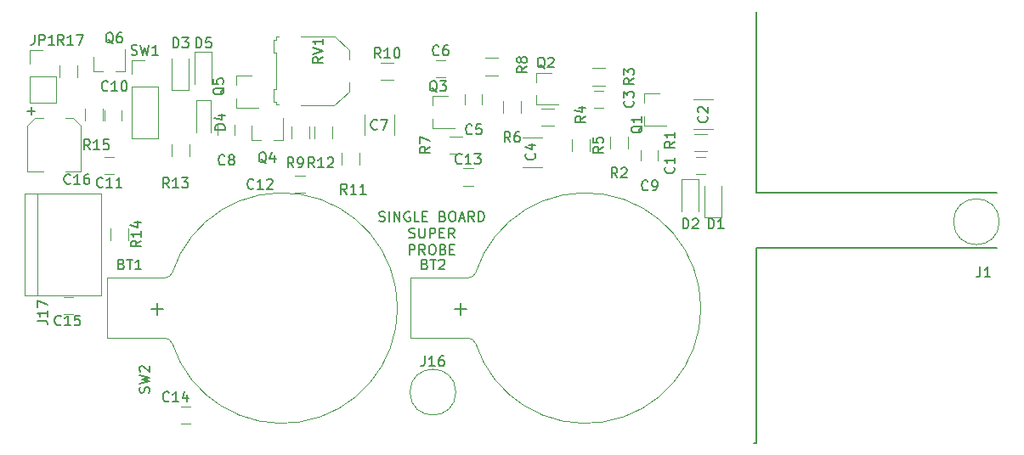
<source format=gbr>
G04 #@! TF.FileFunction,Legend,Top*
%FSLAX46Y46*%
G04 Gerber Fmt 4.6, Leading zero omitted, Abs format (unit mm)*
G04 Created by KiCad (PCBNEW 4.0.7) date 04/19/20 01:40:25*
%MOMM*%
%LPD*%
G01*
G04 APERTURE LIST*
%ADD10C,0.100000*%
%ADD11C,0.150000*%
%ADD12C,0.200000*%
%ADD13C,0.120000*%
G04 APERTURE END LIST*
D10*
D11*
X75931905Y-104084762D02*
X76074762Y-104132381D01*
X76312858Y-104132381D01*
X76408096Y-104084762D01*
X76455715Y-104037143D01*
X76503334Y-103941905D01*
X76503334Y-103846667D01*
X76455715Y-103751429D01*
X76408096Y-103703810D01*
X76312858Y-103656190D01*
X76122381Y-103608571D01*
X76027143Y-103560952D01*
X75979524Y-103513333D01*
X75931905Y-103418095D01*
X75931905Y-103322857D01*
X75979524Y-103227619D01*
X76027143Y-103180000D01*
X76122381Y-103132381D01*
X76360477Y-103132381D01*
X76503334Y-103180000D01*
X76931905Y-104132381D02*
X76931905Y-103132381D01*
X77408095Y-104132381D02*
X77408095Y-103132381D01*
X77979524Y-104132381D01*
X77979524Y-103132381D01*
X78979524Y-103180000D02*
X78884286Y-103132381D01*
X78741429Y-103132381D01*
X78598571Y-103180000D01*
X78503333Y-103275238D01*
X78455714Y-103370476D01*
X78408095Y-103560952D01*
X78408095Y-103703810D01*
X78455714Y-103894286D01*
X78503333Y-103989524D01*
X78598571Y-104084762D01*
X78741429Y-104132381D01*
X78836667Y-104132381D01*
X78979524Y-104084762D01*
X79027143Y-104037143D01*
X79027143Y-103703810D01*
X78836667Y-103703810D01*
X79931905Y-104132381D02*
X79455714Y-104132381D01*
X79455714Y-103132381D01*
X80265238Y-103608571D02*
X80598572Y-103608571D01*
X80741429Y-104132381D02*
X80265238Y-104132381D01*
X80265238Y-103132381D01*
X80741429Y-103132381D01*
X82265239Y-103608571D02*
X82408096Y-103656190D01*
X82455715Y-103703810D01*
X82503334Y-103799048D01*
X82503334Y-103941905D01*
X82455715Y-104037143D01*
X82408096Y-104084762D01*
X82312858Y-104132381D01*
X81931905Y-104132381D01*
X81931905Y-103132381D01*
X82265239Y-103132381D01*
X82360477Y-103180000D01*
X82408096Y-103227619D01*
X82455715Y-103322857D01*
X82455715Y-103418095D01*
X82408096Y-103513333D01*
X82360477Y-103560952D01*
X82265239Y-103608571D01*
X81931905Y-103608571D01*
X83122381Y-103132381D02*
X83312858Y-103132381D01*
X83408096Y-103180000D01*
X83503334Y-103275238D01*
X83550953Y-103465714D01*
X83550953Y-103799048D01*
X83503334Y-103989524D01*
X83408096Y-104084762D01*
X83312858Y-104132381D01*
X83122381Y-104132381D01*
X83027143Y-104084762D01*
X82931905Y-103989524D01*
X82884286Y-103799048D01*
X82884286Y-103465714D01*
X82931905Y-103275238D01*
X83027143Y-103180000D01*
X83122381Y-103132381D01*
X83931905Y-103846667D02*
X84408096Y-103846667D01*
X83836667Y-104132381D02*
X84170000Y-103132381D01*
X84503334Y-104132381D01*
X85408096Y-104132381D02*
X85074762Y-103656190D01*
X84836667Y-104132381D02*
X84836667Y-103132381D01*
X85217620Y-103132381D01*
X85312858Y-103180000D01*
X85360477Y-103227619D01*
X85408096Y-103322857D01*
X85408096Y-103465714D01*
X85360477Y-103560952D01*
X85312858Y-103608571D01*
X85217620Y-103656190D01*
X84836667Y-103656190D01*
X85836667Y-104132381D02*
X85836667Y-103132381D01*
X86074762Y-103132381D01*
X86217620Y-103180000D01*
X86312858Y-103275238D01*
X86360477Y-103370476D01*
X86408096Y-103560952D01*
X86408096Y-103703810D01*
X86360477Y-103894286D01*
X86312858Y-103989524D01*
X86217620Y-104084762D01*
X86074762Y-104132381D01*
X85836667Y-104132381D01*
X78908095Y-105734762D02*
X79050952Y-105782381D01*
X79289048Y-105782381D01*
X79384286Y-105734762D01*
X79431905Y-105687143D01*
X79479524Y-105591905D01*
X79479524Y-105496667D01*
X79431905Y-105401429D01*
X79384286Y-105353810D01*
X79289048Y-105306190D01*
X79098571Y-105258571D01*
X79003333Y-105210952D01*
X78955714Y-105163333D01*
X78908095Y-105068095D01*
X78908095Y-104972857D01*
X78955714Y-104877619D01*
X79003333Y-104830000D01*
X79098571Y-104782381D01*
X79336667Y-104782381D01*
X79479524Y-104830000D01*
X79908095Y-104782381D02*
X79908095Y-105591905D01*
X79955714Y-105687143D01*
X80003333Y-105734762D01*
X80098571Y-105782381D01*
X80289048Y-105782381D01*
X80384286Y-105734762D01*
X80431905Y-105687143D01*
X80479524Y-105591905D01*
X80479524Y-104782381D01*
X80955714Y-105782381D02*
X80955714Y-104782381D01*
X81336667Y-104782381D01*
X81431905Y-104830000D01*
X81479524Y-104877619D01*
X81527143Y-104972857D01*
X81527143Y-105115714D01*
X81479524Y-105210952D01*
X81431905Y-105258571D01*
X81336667Y-105306190D01*
X80955714Y-105306190D01*
X81955714Y-105258571D02*
X82289048Y-105258571D01*
X82431905Y-105782381D02*
X81955714Y-105782381D01*
X81955714Y-104782381D01*
X82431905Y-104782381D01*
X83431905Y-105782381D02*
X83098571Y-105306190D01*
X82860476Y-105782381D02*
X82860476Y-104782381D01*
X83241429Y-104782381D01*
X83336667Y-104830000D01*
X83384286Y-104877619D01*
X83431905Y-104972857D01*
X83431905Y-105115714D01*
X83384286Y-105210952D01*
X83336667Y-105258571D01*
X83241429Y-105306190D01*
X82860476Y-105306190D01*
X78931905Y-107432381D02*
X78931905Y-106432381D01*
X79312858Y-106432381D01*
X79408096Y-106480000D01*
X79455715Y-106527619D01*
X79503334Y-106622857D01*
X79503334Y-106765714D01*
X79455715Y-106860952D01*
X79408096Y-106908571D01*
X79312858Y-106956190D01*
X78931905Y-106956190D01*
X80503334Y-107432381D02*
X80170000Y-106956190D01*
X79931905Y-107432381D02*
X79931905Y-106432381D01*
X80312858Y-106432381D01*
X80408096Y-106480000D01*
X80455715Y-106527619D01*
X80503334Y-106622857D01*
X80503334Y-106765714D01*
X80455715Y-106860952D01*
X80408096Y-106908571D01*
X80312858Y-106956190D01*
X79931905Y-106956190D01*
X81122381Y-106432381D02*
X81312858Y-106432381D01*
X81408096Y-106480000D01*
X81503334Y-106575238D01*
X81550953Y-106765714D01*
X81550953Y-107099048D01*
X81503334Y-107289524D01*
X81408096Y-107384762D01*
X81312858Y-107432381D01*
X81122381Y-107432381D01*
X81027143Y-107384762D01*
X80931905Y-107289524D01*
X80884286Y-107099048D01*
X80884286Y-106765714D01*
X80931905Y-106575238D01*
X81027143Y-106480000D01*
X81122381Y-106432381D01*
X82312858Y-106908571D02*
X82455715Y-106956190D01*
X82503334Y-107003810D01*
X82550953Y-107099048D01*
X82550953Y-107241905D01*
X82503334Y-107337143D01*
X82455715Y-107384762D01*
X82360477Y-107432381D01*
X81979524Y-107432381D01*
X81979524Y-106432381D01*
X82312858Y-106432381D01*
X82408096Y-106480000D01*
X82455715Y-106527619D01*
X82503334Y-106622857D01*
X82503334Y-106718095D01*
X82455715Y-106813333D01*
X82408096Y-106860952D01*
X82312858Y-106908571D01*
X81979524Y-106908571D01*
X82979524Y-106908571D02*
X83312858Y-106908571D01*
X83455715Y-107432381D02*
X82979524Y-107432381D01*
X82979524Y-106432381D01*
X83455715Y-106432381D01*
D12*
X113500000Y-126250000D02*
X113250000Y-126250000D01*
X113500000Y-106750000D02*
X113500000Y-126250000D01*
X137500000Y-106750000D02*
X113500000Y-106750000D01*
X113500000Y-101250000D02*
X113500000Y-83250000D01*
X137500000Y-101250000D02*
X113500000Y-101250000D01*
D13*
X77749671Y-112730719D02*
G75*
G02X55304000Y-116276000I-11495671J-45281D01*
G01*
X55305754Y-116302384D02*
G75*
G03X54554000Y-115776000I-751754J-273616D01*
G01*
X77749671Y-112821281D02*
G75*
G03X55304000Y-109276000I-11495671J45281D01*
G01*
X55305754Y-109249616D02*
G75*
G02X54554000Y-109776000I-751754J273616D01*
G01*
X48854000Y-109776000D02*
X54554000Y-109776000D01*
X48854000Y-115776000D02*
X48854000Y-109776000D01*
X48854000Y-115776000D02*
X54554000Y-115776000D01*
X107975671Y-112730719D02*
G75*
G02X85530000Y-116276000I-11495671J-45281D01*
G01*
X85531754Y-116302384D02*
G75*
G03X84780000Y-115776000I-751754J-273616D01*
G01*
X107975671Y-112821281D02*
G75*
G03X85530000Y-109276000I-11495671J45281D01*
G01*
X85531754Y-109249616D02*
G75*
G02X84780000Y-109776000I-751754J273616D01*
G01*
X79080000Y-109776000D02*
X84780000Y-109776000D01*
X79080000Y-115776000D02*
X79080000Y-109776000D01*
X79080000Y-115776000D02*
X84780000Y-115776000D01*
X107450000Y-99402000D02*
X108450000Y-99402000D01*
X108450000Y-97702000D02*
X107450000Y-97702000D01*
X107204000Y-94952000D02*
X109204000Y-94952000D01*
X109204000Y-91992000D02*
X107204000Y-91992000D01*
X98290000Y-91098000D02*
X97290000Y-91098000D01*
X97290000Y-92798000D02*
X98290000Y-92798000D01*
X92186000Y-95802000D02*
X90186000Y-95802000D01*
X90186000Y-98762000D02*
X92186000Y-98762000D01*
X84494000Y-91448000D02*
X84494000Y-92448000D01*
X86194000Y-92448000D02*
X86194000Y-91448000D01*
X82542000Y-88050000D02*
X81542000Y-88050000D01*
X81542000Y-89750000D02*
X82542000Y-89750000D01*
X74466000Y-93488000D02*
X74466000Y-95488000D01*
X77426000Y-95488000D02*
X77426000Y-93488000D01*
X61556000Y-95496000D02*
X61556000Y-94496000D01*
X59856000Y-94496000D02*
X59856000Y-95496000D01*
X103720000Y-98036000D02*
X103720000Y-97036000D01*
X102020000Y-97036000D02*
X102020000Y-98036000D01*
X48560000Y-93040000D02*
X48560000Y-94040000D01*
X50260000Y-94040000D02*
X50260000Y-93040000D01*
X108370000Y-103754000D02*
X110070000Y-103754000D01*
X110070000Y-103754000D02*
X110070000Y-100604000D01*
X108370000Y-103754000D02*
X108370000Y-100604000D01*
X107784000Y-99954000D02*
X106084000Y-99954000D01*
X106084000Y-99954000D02*
X106084000Y-103104000D01*
X107784000Y-99954000D02*
X107784000Y-103104000D01*
X55284000Y-91054000D02*
X56984000Y-91054000D01*
X56984000Y-91054000D02*
X56984000Y-87904000D01*
X55284000Y-91054000D02*
X55284000Y-87904000D01*
X57670000Y-95234000D02*
X57670000Y-92034000D01*
X59170000Y-92034000D02*
X59170000Y-95234000D01*
X59170000Y-92034000D02*
X57670000Y-92034000D01*
X59270000Y-87254000D02*
X57570000Y-87254000D01*
X57570000Y-87254000D02*
X57570000Y-90404000D01*
X59270000Y-87254000D02*
X59270000Y-90404000D01*
X41088000Y-92262000D02*
X43748000Y-92262000D01*
X41088000Y-89662000D02*
X41088000Y-92262000D01*
X43748000Y-89662000D02*
X43748000Y-92262000D01*
X41088000Y-89662000D02*
X43748000Y-89662000D01*
X41088000Y-88392000D02*
X41088000Y-87062000D01*
X41088000Y-87062000D02*
X42418000Y-87062000D01*
X102364000Y-91384000D02*
X102364000Y-92314000D01*
X102364000Y-94544000D02*
X102364000Y-93614000D01*
X102364000Y-94544000D02*
X104524000Y-94544000D01*
X102364000Y-91384000D02*
X103824000Y-91384000D01*
X91615000Y-89295000D02*
X91615000Y-90225000D01*
X91615000Y-92455000D02*
X91615000Y-91525000D01*
X91615000Y-92455000D02*
X93775000Y-92455000D01*
X91615000Y-89295000D02*
X93075000Y-89295000D01*
X81282000Y-91638000D02*
X81282000Y-92568000D01*
X81282000Y-94798000D02*
X81282000Y-93868000D01*
X81282000Y-94798000D02*
X83442000Y-94798000D01*
X81282000Y-91638000D02*
X82742000Y-91638000D01*
X63190000Y-96010000D02*
X64120000Y-96010000D01*
X66350000Y-96010000D02*
X65420000Y-96010000D01*
X66350000Y-96010000D02*
X66350000Y-93850000D01*
X63190000Y-96010000D02*
X63190000Y-94550000D01*
X61724000Y-89606000D02*
X61724000Y-90536000D01*
X61724000Y-92766000D02*
X61724000Y-91836000D01*
X61724000Y-92766000D02*
X63884000Y-92766000D01*
X61724000Y-89606000D02*
X63184000Y-89606000D01*
X47442000Y-89152000D02*
X48372000Y-89152000D01*
X50602000Y-89152000D02*
X49672000Y-89152000D01*
X50602000Y-89152000D02*
X50602000Y-86992000D01*
X47442000Y-89152000D02*
X47442000Y-87692000D01*
X107350000Y-95386000D02*
X108550000Y-95386000D01*
X108550000Y-97146000D02*
X107350000Y-97146000D01*
X100702000Y-95666000D02*
X100702000Y-96866000D01*
X98942000Y-96866000D02*
X98942000Y-95666000D01*
X98400000Y-90580000D02*
X97200000Y-90580000D01*
X97200000Y-88820000D02*
X98400000Y-88820000D01*
X93310000Y-94606000D02*
X92110000Y-94606000D01*
X92110000Y-92846000D02*
X93310000Y-92846000D01*
X96892000Y-95920000D02*
X96892000Y-97120000D01*
X95132000Y-97120000D02*
X95132000Y-95920000D01*
X90034000Y-92110000D02*
X90034000Y-93310000D01*
X88274000Y-93310000D02*
X88274000Y-92110000D01*
X84166000Y-97400000D02*
X82966000Y-97400000D01*
X82966000Y-95640000D02*
X84166000Y-95640000D01*
X87725000Y-89605000D02*
X86525000Y-89605000D01*
X86525000Y-87845000D02*
X87725000Y-87845000D01*
X68952000Y-94650000D02*
X68952000Y-95850000D01*
X67192000Y-95850000D02*
X67192000Y-94650000D01*
X76108000Y-88274000D02*
X77308000Y-88274000D01*
X77308000Y-90034000D02*
X76108000Y-90034000D01*
X73980000Y-97300000D02*
X73980000Y-98500000D01*
X72220000Y-98500000D02*
X72220000Y-97300000D01*
X69478000Y-95850000D02*
X69478000Y-94650000D01*
X71238000Y-94650000D02*
X71238000Y-95850000D01*
X57014000Y-96428000D02*
X57014000Y-97628000D01*
X55254000Y-97628000D02*
X55254000Y-96428000D01*
X48378000Y-92872000D02*
X48378000Y-94072000D01*
X46618000Y-94072000D02*
X46618000Y-92872000D01*
X45838000Y-88554000D02*
X45838000Y-89754000D01*
X44078000Y-89754000D02*
X44078000Y-88554000D01*
X65906000Y-92464000D02*
X65656000Y-92464000D01*
X65656000Y-92464000D02*
X65656000Y-92214000D01*
X65656000Y-92214000D02*
X65406000Y-92214000D01*
X65406000Y-92214000D02*
X65406000Y-90964000D01*
X65406000Y-90964000D02*
X65656000Y-90964000D01*
X65656000Y-90964000D02*
X65656000Y-87314000D01*
X65656000Y-87314000D02*
X65406000Y-87314000D01*
X65406000Y-87314000D02*
X65406000Y-86014000D01*
X65406000Y-86014000D02*
X65656000Y-86014000D01*
X65656000Y-86014000D02*
X65656000Y-85714000D01*
X65656000Y-85714000D02*
X65906000Y-85714000D01*
X72956000Y-90264000D02*
X72956000Y-91164000D01*
X72956000Y-91164000D02*
X71456000Y-92514000D01*
X71456000Y-92514000D02*
X68156000Y-92514000D01*
X68156000Y-85714000D02*
X71506000Y-85714000D01*
X71506000Y-85714000D02*
X72956000Y-87064000D01*
X72956000Y-87064000D02*
X72956000Y-87964000D01*
X51248000Y-95818000D02*
X53908000Y-95818000D01*
X51248000Y-90678000D02*
X51248000Y-95818000D01*
X53908000Y-90678000D02*
X53908000Y-95818000D01*
X51248000Y-90678000D02*
X53908000Y-90678000D01*
X51248000Y-89408000D02*
X51248000Y-88078000D01*
X51248000Y-88078000D02*
X52578000Y-88078000D01*
X48522000Y-99402000D02*
X49522000Y-99402000D01*
X49522000Y-97702000D02*
X48522000Y-97702000D01*
X67550000Y-101250000D02*
X68550000Y-101250000D01*
X68550000Y-99550000D02*
X67550000Y-99550000D01*
X85275000Y-98850000D02*
X84275000Y-98850000D01*
X84275000Y-100550000D02*
X85275000Y-100550000D01*
X137716000Y-104160000D02*
G75*
G03X137716000Y-104160000I-2286000J0D01*
G01*
X83566000Y-121158000D02*
G75*
G03X83566000Y-121158000I-2286000J0D01*
G01*
X56142000Y-124294000D02*
X57142000Y-124294000D01*
X57142000Y-122594000D02*
X56142000Y-122594000D01*
X45458000Y-111672000D02*
X44458000Y-111672000D01*
X44458000Y-113372000D02*
X45458000Y-113372000D01*
X41910000Y-111506000D02*
X41910000Y-101346000D01*
X40640000Y-111506000D02*
X48260000Y-111506000D01*
X48260000Y-111506000D02*
X48260000Y-101346000D01*
X48260000Y-101346000D02*
X40640000Y-101346000D01*
X40640000Y-101346000D02*
X40640000Y-111506000D01*
X46230000Y-99170000D02*
X44680000Y-99170000D01*
X40900000Y-99170000D02*
X42450000Y-99170000D01*
X41660000Y-93830000D02*
X42450000Y-93830000D01*
X45470000Y-93830000D02*
X44680000Y-93830000D01*
X46230000Y-99170000D02*
X46230000Y-94590000D01*
X46230000Y-94590000D02*
X45470000Y-93830000D01*
X41660000Y-93830000D02*
X40900000Y-94590000D01*
X40900000Y-94590000D02*
X40900000Y-99170000D01*
X49158000Y-106010000D02*
X49158000Y-104810000D01*
X50918000Y-104810000D02*
X50918000Y-106010000D01*
D11*
X50268286Y-108404571D02*
X50411143Y-108452190D01*
X50458762Y-108499810D01*
X50506381Y-108595048D01*
X50506381Y-108737905D01*
X50458762Y-108833143D01*
X50411143Y-108880762D01*
X50315905Y-108928381D01*
X49934952Y-108928381D01*
X49934952Y-107928381D01*
X50268286Y-107928381D01*
X50363524Y-107976000D01*
X50411143Y-108023619D01*
X50458762Y-108118857D01*
X50458762Y-108214095D01*
X50411143Y-108309333D01*
X50363524Y-108356952D01*
X50268286Y-108404571D01*
X49934952Y-108404571D01*
X50792095Y-107928381D02*
X51363524Y-107928381D01*
X51077809Y-108928381D02*
X51077809Y-107928381D01*
X52220667Y-108928381D02*
X51649238Y-108928381D01*
X51934952Y-108928381D02*
X51934952Y-107928381D01*
X51839714Y-108071238D01*
X51744476Y-108166476D01*
X51649238Y-108214095D01*
X53232572Y-112883143D02*
X54375429Y-112883143D01*
X53804000Y-113454571D02*
X53804000Y-112311714D01*
X52982762Y-121221333D02*
X53030381Y-121078476D01*
X53030381Y-120840380D01*
X52982762Y-120745142D01*
X52935143Y-120697523D01*
X52839905Y-120649904D01*
X52744667Y-120649904D01*
X52649429Y-120697523D01*
X52601810Y-120745142D01*
X52554190Y-120840380D01*
X52506571Y-121030857D01*
X52458952Y-121126095D01*
X52411333Y-121173714D01*
X52316095Y-121221333D01*
X52220857Y-121221333D01*
X52125619Y-121173714D01*
X52078000Y-121126095D01*
X52030381Y-121030857D01*
X52030381Y-120792761D01*
X52078000Y-120649904D01*
X52030381Y-120316571D02*
X53030381Y-120078476D01*
X52316095Y-119887999D01*
X53030381Y-119697523D01*
X52030381Y-119459428D01*
X52125619Y-119126095D02*
X52078000Y-119078476D01*
X52030381Y-118983238D01*
X52030381Y-118745142D01*
X52078000Y-118649904D01*
X52125619Y-118602285D01*
X52220857Y-118554666D01*
X52316095Y-118554666D01*
X52458952Y-118602285D01*
X53030381Y-119173714D01*
X53030381Y-118554666D01*
X80494286Y-108404571D02*
X80637143Y-108452190D01*
X80684762Y-108499810D01*
X80732381Y-108595048D01*
X80732381Y-108737905D01*
X80684762Y-108833143D01*
X80637143Y-108880762D01*
X80541905Y-108928381D01*
X80160952Y-108928381D01*
X80160952Y-107928381D01*
X80494286Y-107928381D01*
X80589524Y-107976000D01*
X80637143Y-108023619D01*
X80684762Y-108118857D01*
X80684762Y-108214095D01*
X80637143Y-108309333D01*
X80589524Y-108356952D01*
X80494286Y-108404571D01*
X80160952Y-108404571D01*
X81018095Y-107928381D02*
X81589524Y-107928381D01*
X81303809Y-108928381D02*
X81303809Y-107928381D01*
X81875238Y-108023619D02*
X81922857Y-107976000D01*
X82018095Y-107928381D01*
X82256191Y-107928381D01*
X82351429Y-107976000D01*
X82399048Y-108023619D01*
X82446667Y-108118857D01*
X82446667Y-108214095D01*
X82399048Y-108356952D01*
X81827619Y-108928381D01*
X82446667Y-108928381D01*
X83458572Y-112883143D02*
X84601429Y-112883143D01*
X84030000Y-113454571D02*
X84030000Y-112311714D01*
X105259143Y-98718666D02*
X105306762Y-98766285D01*
X105354381Y-98909142D01*
X105354381Y-99004380D01*
X105306762Y-99147238D01*
X105211524Y-99242476D01*
X105116286Y-99290095D01*
X104925810Y-99337714D01*
X104782952Y-99337714D01*
X104592476Y-99290095D01*
X104497238Y-99242476D01*
X104402000Y-99147238D01*
X104354381Y-99004380D01*
X104354381Y-98909142D01*
X104402000Y-98766285D01*
X104449619Y-98718666D01*
X105354381Y-97766285D02*
X105354381Y-98337714D01*
X105354381Y-98052000D02*
X104354381Y-98052000D01*
X104497238Y-98147238D01*
X104592476Y-98242476D01*
X104640095Y-98337714D01*
X108561143Y-93638666D02*
X108608762Y-93686285D01*
X108656381Y-93829142D01*
X108656381Y-93924380D01*
X108608762Y-94067238D01*
X108513524Y-94162476D01*
X108418286Y-94210095D01*
X108227810Y-94257714D01*
X108084952Y-94257714D01*
X107894476Y-94210095D01*
X107799238Y-94162476D01*
X107704000Y-94067238D01*
X107656381Y-93924380D01*
X107656381Y-93829142D01*
X107704000Y-93686285D01*
X107751619Y-93638666D01*
X107751619Y-93257714D02*
X107704000Y-93210095D01*
X107656381Y-93114857D01*
X107656381Y-92876761D01*
X107704000Y-92781523D01*
X107751619Y-92733904D01*
X107846857Y-92686285D01*
X107942095Y-92686285D01*
X108084952Y-92733904D01*
X108656381Y-93305333D01*
X108656381Y-92686285D01*
X101195143Y-92114666D02*
X101242762Y-92162285D01*
X101290381Y-92305142D01*
X101290381Y-92400380D01*
X101242762Y-92543238D01*
X101147524Y-92638476D01*
X101052286Y-92686095D01*
X100861810Y-92733714D01*
X100718952Y-92733714D01*
X100528476Y-92686095D01*
X100433238Y-92638476D01*
X100338000Y-92543238D01*
X100290381Y-92400380D01*
X100290381Y-92305142D01*
X100338000Y-92162285D01*
X100385619Y-92114666D01*
X100290381Y-91781333D02*
X100290381Y-91162285D01*
X100671333Y-91495619D01*
X100671333Y-91352761D01*
X100718952Y-91257523D01*
X100766571Y-91209904D01*
X100861810Y-91162285D01*
X101099905Y-91162285D01*
X101195143Y-91209904D01*
X101242762Y-91257523D01*
X101290381Y-91352761D01*
X101290381Y-91638476D01*
X101242762Y-91733714D01*
X101195143Y-91781333D01*
X91407143Y-97357666D02*
X91454762Y-97405285D01*
X91502381Y-97548142D01*
X91502381Y-97643380D01*
X91454762Y-97786238D01*
X91359524Y-97881476D01*
X91264286Y-97929095D01*
X91073810Y-97976714D01*
X90930952Y-97976714D01*
X90740476Y-97929095D01*
X90645238Y-97881476D01*
X90550000Y-97786238D01*
X90502381Y-97643380D01*
X90502381Y-97548142D01*
X90550000Y-97405285D01*
X90597619Y-97357666D01*
X90835714Y-96500523D02*
X91502381Y-96500523D01*
X90454762Y-96738619D02*
X91169048Y-96976714D01*
X91169048Y-96357666D01*
X85177334Y-95353143D02*
X85129715Y-95400762D01*
X84986858Y-95448381D01*
X84891620Y-95448381D01*
X84748762Y-95400762D01*
X84653524Y-95305524D01*
X84605905Y-95210286D01*
X84558286Y-95019810D01*
X84558286Y-94876952D01*
X84605905Y-94686476D01*
X84653524Y-94591238D01*
X84748762Y-94496000D01*
X84891620Y-94448381D01*
X84986858Y-94448381D01*
X85129715Y-94496000D01*
X85177334Y-94543619D01*
X86082096Y-94448381D02*
X85605905Y-94448381D01*
X85558286Y-94924571D01*
X85605905Y-94876952D01*
X85701143Y-94829333D01*
X85939239Y-94829333D01*
X86034477Y-94876952D01*
X86082096Y-94924571D01*
X86129715Y-95019810D01*
X86129715Y-95257905D01*
X86082096Y-95353143D01*
X86034477Y-95400762D01*
X85939239Y-95448381D01*
X85701143Y-95448381D01*
X85605905Y-95400762D01*
X85558286Y-95353143D01*
X81875334Y-87479143D02*
X81827715Y-87526762D01*
X81684858Y-87574381D01*
X81589620Y-87574381D01*
X81446762Y-87526762D01*
X81351524Y-87431524D01*
X81303905Y-87336286D01*
X81256286Y-87145810D01*
X81256286Y-87002952D01*
X81303905Y-86812476D01*
X81351524Y-86717238D01*
X81446762Y-86622000D01*
X81589620Y-86574381D01*
X81684858Y-86574381D01*
X81827715Y-86622000D01*
X81875334Y-86669619D01*
X82732477Y-86574381D02*
X82542000Y-86574381D01*
X82446762Y-86622000D01*
X82399143Y-86669619D01*
X82303905Y-86812476D01*
X82256286Y-87002952D01*
X82256286Y-87383905D01*
X82303905Y-87479143D01*
X82351524Y-87526762D01*
X82446762Y-87574381D01*
X82637239Y-87574381D01*
X82732477Y-87526762D01*
X82780096Y-87479143D01*
X82827715Y-87383905D01*
X82827715Y-87145810D01*
X82780096Y-87050571D01*
X82732477Y-87002952D01*
X82637239Y-86955333D01*
X82446762Y-86955333D01*
X82351524Y-87002952D01*
X82303905Y-87050571D01*
X82256286Y-87145810D01*
X75725334Y-94879143D02*
X75677715Y-94926762D01*
X75534858Y-94974381D01*
X75439620Y-94974381D01*
X75296762Y-94926762D01*
X75201524Y-94831524D01*
X75153905Y-94736286D01*
X75106286Y-94545810D01*
X75106286Y-94402952D01*
X75153905Y-94212476D01*
X75201524Y-94117238D01*
X75296762Y-94022000D01*
X75439620Y-93974381D01*
X75534858Y-93974381D01*
X75677715Y-94022000D01*
X75725334Y-94069619D01*
X76058667Y-93974381D02*
X76725334Y-93974381D01*
X76296762Y-94974381D01*
X60539334Y-98401143D02*
X60491715Y-98448762D01*
X60348858Y-98496381D01*
X60253620Y-98496381D01*
X60110762Y-98448762D01*
X60015524Y-98353524D01*
X59967905Y-98258286D01*
X59920286Y-98067810D01*
X59920286Y-97924952D01*
X59967905Y-97734476D01*
X60015524Y-97639238D01*
X60110762Y-97544000D01*
X60253620Y-97496381D01*
X60348858Y-97496381D01*
X60491715Y-97544000D01*
X60539334Y-97591619D01*
X61110762Y-97924952D02*
X61015524Y-97877333D01*
X60967905Y-97829714D01*
X60920286Y-97734476D01*
X60920286Y-97686857D01*
X60967905Y-97591619D01*
X61015524Y-97544000D01*
X61110762Y-97496381D01*
X61301239Y-97496381D01*
X61396477Y-97544000D01*
X61444096Y-97591619D01*
X61491715Y-97686857D01*
X61491715Y-97734476D01*
X61444096Y-97829714D01*
X61396477Y-97877333D01*
X61301239Y-97924952D01*
X61110762Y-97924952D01*
X61015524Y-97972571D01*
X60967905Y-98020190D01*
X60920286Y-98115429D01*
X60920286Y-98305905D01*
X60967905Y-98401143D01*
X61015524Y-98448762D01*
X61110762Y-98496381D01*
X61301239Y-98496381D01*
X61396477Y-98448762D01*
X61444096Y-98401143D01*
X61491715Y-98305905D01*
X61491715Y-98115429D01*
X61444096Y-98020190D01*
X61396477Y-97972571D01*
X61301239Y-97924952D01*
X102703334Y-100941143D02*
X102655715Y-100988762D01*
X102512858Y-101036381D01*
X102417620Y-101036381D01*
X102274762Y-100988762D01*
X102179524Y-100893524D01*
X102131905Y-100798286D01*
X102084286Y-100607810D01*
X102084286Y-100464952D01*
X102131905Y-100274476D01*
X102179524Y-100179238D01*
X102274762Y-100084000D01*
X102417620Y-100036381D01*
X102512858Y-100036381D01*
X102655715Y-100084000D01*
X102703334Y-100131619D01*
X103179524Y-101036381D02*
X103370000Y-101036381D01*
X103465239Y-100988762D01*
X103512858Y-100941143D01*
X103608096Y-100798286D01*
X103655715Y-100607810D01*
X103655715Y-100226857D01*
X103608096Y-100131619D01*
X103560477Y-100084000D01*
X103465239Y-100036381D01*
X103274762Y-100036381D01*
X103179524Y-100084000D01*
X103131905Y-100131619D01*
X103084286Y-100226857D01*
X103084286Y-100464952D01*
X103131905Y-100560190D01*
X103179524Y-100607810D01*
X103274762Y-100655429D01*
X103465239Y-100655429D01*
X103560477Y-100607810D01*
X103608096Y-100560190D01*
X103655715Y-100464952D01*
X48887143Y-91035143D02*
X48839524Y-91082762D01*
X48696667Y-91130381D01*
X48601429Y-91130381D01*
X48458571Y-91082762D01*
X48363333Y-90987524D01*
X48315714Y-90892286D01*
X48268095Y-90701810D01*
X48268095Y-90558952D01*
X48315714Y-90368476D01*
X48363333Y-90273238D01*
X48458571Y-90178000D01*
X48601429Y-90130381D01*
X48696667Y-90130381D01*
X48839524Y-90178000D01*
X48887143Y-90225619D01*
X49839524Y-91130381D02*
X49268095Y-91130381D01*
X49553809Y-91130381D02*
X49553809Y-90130381D01*
X49458571Y-90273238D01*
X49363333Y-90368476D01*
X49268095Y-90416095D01*
X50458571Y-90130381D02*
X50553810Y-90130381D01*
X50649048Y-90178000D01*
X50696667Y-90225619D01*
X50744286Y-90320857D01*
X50791905Y-90511333D01*
X50791905Y-90749429D01*
X50744286Y-90939905D01*
X50696667Y-91035143D01*
X50649048Y-91082762D01*
X50553810Y-91130381D01*
X50458571Y-91130381D01*
X50363333Y-91082762D01*
X50315714Y-91035143D01*
X50268095Y-90939905D01*
X50220476Y-90749429D01*
X50220476Y-90511333D01*
X50268095Y-90320857D01*
X50315714Y-90225619D01*
X50363333Y-90178000D01*
X50458571Y-90130381D01*
X108735905Y-104846381D02*
X108735905Y-103846381D01*
X108974000Y-103846381D01*
X109116858Y-103894000D01*
X109212096Y-103989238D01*
X109259715Y-104084476D01*
X109307334Y-104274952D01*
X109307334Y-104417810D01*
X109259715Y-104608286D01*
X109212096Y-104703524D01*
X109116858Y-104798762D01*
X108974000Y-104846381D01*
X108735905Y-104846381D01*
X110259715Y-104846381D02*
X109688286Y-104846381D01*
X109974000Y-104846381D02*
X109974000Y-103846381D01*
X109878762Y-103989238D01*
X109783524Y-104084476D01*
X109688286Y-104132095D01*
X106195905Y-104846381D02*
X106195905Y-103846381D01*
X106434000Y-103846381D01*
X106576858Y-103894000D01*
X106672096Y-103989238D01*
X106719715Y-104084476D01*
X106767334Y-104274952D01*
X106767334Y-104417810D01*
X106719715Y-104608286D01*
X106672096Y-104703524D01*
X106576858Y-104798762D01*
X106434000Y-104846381D01*
X106195905Y-104846381D01*
X107148286Y-103941619D02*
X107195905Y-103894000D01*
X107291143Y-103846381D01*
X107529239Y-103846381D01*
X107624477Y-103894000D01*
X107672096Y-103941619D01*
X107719715Y-104036857D01*
X107719715Y-104132095D01*
X107672096Y-104274952D01*
X107100667Y-104846381D01*
X107719715Y-104846381D01*
X55395905Y-86812381D02*
X55395905Y-85812381D01*
X55634000Y-85812381D01*
X55776858Y-85860000D01*
X55872096Y-85955238D01*
X55919715Y-86050476D01*
X55967334Y-86240952D01*
X55967334Y-86383810D01*
X55919715Y-86574286D01*
X55872096Y-86669524D01*
X55776858Y-86764762D01*
X55634000Y-86812381D01*
X55395905Y-86812381D01*
X56300667Y-85812381D02*
X56919715Y-85812381D01*
X56586381Y-86193333D01*
X56729239Y-86193333D01*
X56824477Y-86240952D01*
X56872096Y-86288571D01*
X56919715Y-86383810D01*
X56919715Y-86621905D01*
X56872096Y-86717143D01*
X56824477Y-86764762D01*
X56729239Y-86812381D01*
X56443524Y-86812381D01*
X56348286Y-86764762D01*
X56300667Y-86717143D01*
X60572381Y-94972095D02*
X59572381Y-94972095D01*
X59572381Y-94734000D01*
X59620000Y-94591142D01*
X59715238Y-94495904D01*
X59810476Y-94448285D01*
X60000952Y-94400666D01*
X60143810Y-94400666D01*
X60334286Y-94448285D01*
X60429524Y-94495904D01*
X60524762Y-94591142D01*
X60572381Y-94734000D01*
X60572381Y-94972095D01*
X59905714Y-93543523D02*
X60572381Y-93543523D01*
X59524762Y-93781619D02*
X60239048Y-94019714D01*
X60239048Y-93400666D01*
X57681905Y-86812381D02*
X57681905Y-85812381D01*
X57920000Y-85812381D01*
X58062858Y-85860000D01*
X58158096Y-85955238D01*
X58205715Y-86050476D01*
X58253334Y-86240952D01*
X58253334Y-86383810D01*
X58205715Y-86574286D01*
X58158096Y-86669524D01*
X58062858Y-86764762D01*
X57920000Y-86812381D01*
X57681905Y-86812381D01*
X59158096Y-85812381D02*
X58681905Y-85812381D01*
X58634286Y-86288571D01*
X58681905Y-86240952D01*
X58777143Y-86193333D01*
X59015239Y-86193333D01*
X59110477Y-86240952D01*
X59158096Y-86288571D01*
X59205715Y-86383810D01*
X59205715Y-86621905D01*
X59158096Y-86717143D01*
X59110477Y-86764762D01*
X59015239Y-86812381D01*
X58777143Y-86812381D01*
X58681905Y-86764762D01*
X58634286Y-86717143D01*
X41584667Y-85514381D02*
X41584667Y-86228667D01*
X41537047Y-86371524D01*
X41441809Y-86466762D01*
X41298952Y-86514381D01*
X41203714Y-86514381D01*
X42060857Y-86514381D02*
X42060857Y-85514381D01*
X42441810Y-85514381D01*
X42537048Y-85562000D01*
X42584667Y-85609619D01*
X42632286Y-85704857D01*
X42632286Y-85847714D01*
X42584667Y-85942952D01*
X42537048Y-85990571D01*
X42441810Y-86038190D01*
X42060857Y-86038190D01*
X43584667Y-86514381D02*
X43013238Y-86514381D01*
X43298952Y-86514381D02*
X43298952Y-85514381D01*
X43203714Y-85657238D01*
X43108476Y-85752476D01*
X43013238Y-85800095D01*
X102147619Y-94583238D02*
X102100000Y-94678476D01*
X102004762Y-94773714D01*
X101861905Y-94916571D01*
X101814286Y-95011810D01*
X101814286Y-95107048D01*
X102052381Y-95059429D02*
X102004762Y-95154667D01*
X101909524Y-95249905D01*
X101719048Y-95297524D01*
X101385714Y-95297524D01*
X101195238Y-95249905D01*
X101100000Y-95154667D01*
X101052381Y-95059429D01*
X101052381Y-94868952D01*
X101100000Y-94773714D01*
X101195238Y-94678476D01*
X101385714Y-94630857D01*
X101719048Y-94630857D01*
X101909524Y-94678476D01*
X102004762Y-94773714D01*
X102052381Y-94868952D01*
X102052381Y-95059429D01*
X102052381Y-93678476D02*
X102052381Y-94249905D01*
X102052381Y-93964191D02*
X101052381Y-93964191D01*
X101195238Y-94059429D01*
X101290476Y-94154667D01*
X101338095Y-94249905D01*
X92429762Y-88872619D02*
X92334524Y-88825000D01*
X92239286Y-88729762D01*
X92096429Y-88586905D01*
X92001190Y-88539286D01*
X91905952Y-88539286D01*
X91953571Y-88777381D02*
X91858333Y-88729762D01*
X91763095Y-88634524D01*
X91715476Y-88444048D01*
X91715476Y-88110714D01*
X91763095Y-87920238D01*
X91858333Y-87825000D01*
X91953571Y-87777381D01*
X92144048Y-87777381D01*
X92239286Y-87825000D01*
X92334524Y-87920238D01*
X92382143Y-88110714D01*
X92382143Y-88444048D01*
X92334524Y-88634524D01*
X92239286Y-88729762D01*
X92144048Y-88777381D01*
X91953571Y-88777381D01*
X92763095Y-87872619D02*
X92810714Y-87825000D01*
X92905952Y-87777381D01*
X93144048Y-87777381D01*
X93239286Y-87825000D01*
X93286905Y-87872619D01*
X93334524Y-87967857D01*
X93334524Y-88063095D01*
X93286905Y-88205952D01*
X92715476Y-88777381D01*
X93334524Y-88777381D01*
X81692762Y-91225619D02*
X81597524Y-91178000D01*
X81502286Y-91082762D01*
X81359429Y-90939905D01*
X81264190Y-90892286D01*
X81168952Y-90892286D01*
X81216571Y-91130381D02*
X81121333Y-91082762D01*
X81026095Y-90987524D01*
X80978476Y-90797048D01*
X80978476Y-90463714D01*
X81026095Y-90273238D01*
X81121333Y-90178000D01*
X81216571Y-90130381D01*
X81407048Y-90130381D01*
X81502286Y-90178000D01*
X81597524Y-90273238D01*
X81645143Y-90463714D01*
X81645143Y-90797048D01*
X81597524Y-90987524D01*
X81502286Y-91082762D01*
X81407048Y-91130381D01*
X81216571Y-91130381D01*
X81978476Y-90130381D02*
X82597524Y-90130381D01*
X82264190Y-90511333D01*
X82407048Y-90511333D01*
X82502286Y-90558952D01*
X82549905Y-90606571D01*
X82597524Y-90701810D01*
X82597524Y-90939905D01*
X82549905Y-91035143D01*
X82502286Y-91082762D01*
X82407048Y-91130381D01*
X82121333Y-91130381D01*
X82026095Y-91082762D01*
X81978476Y-91035143D01*
X64674762Y-98337619D02*
X64579524Y-98290000D01*
X64484286Y-98194762D01*
X64341429Y-98051905D01*
X64246190Y-98004286D01*
X64150952Y-98004286D01*
X64198571Y-98242381D02*
X64103333Y-98194762D01*
X64008095Y-98099524D01*
X63960476Y-97909048D01*
X63960476Y-97575714D01*
X64008095Y-97385238D01*
X64103333Y-97290000D01*
X64198571Y-97242381D01*
X64389048Y-97242381D01*
X64484286Y-97290000D01*
X64579524Y-97385238D01*
X64627143Y-97575714D01*
X64627143Y-97909048D01*
X64579524Y-98099524D01*
X64484286Y-98194762D01*
X64389048Y-98242381D01*
X64198571Y-98242381D01*
X65484286Y-97575714D02*
X65484286Y-98242381D01*
X65246190Y-97194762D02*
X65008095Y-97909048D01*
X65627143Y-97909048D01*
X60491619Y-90773238D02*
X60444000Y-90868476D01*
X60348762Y-90963714D01*
X60205905Y-91106571D01*
X60158286Y-91201810D01*
X60158286Y-91297048D01*
X60396381Y-91249429D02*
X60348762Y-91344667D01*
X60253524Y-91439905D01*
X60063048Y-91487524D01*
X59729714Y-91487524D01*
X59539238Y-91439905D01*
X59444000Y-91344667D01*
X59396381Y-91249429D01*
X59396381Y-91058952D01*
X59444000Y-90963714D01*
X59539238Y-90868476D01*
X59729714Y-90820857D01*
X60063048Y-90820857D01*
X60253524Y-90868476D01*
X60348762Y-90963714D01*
X60396381Y-91058952D01*
X60396381Y-91249429D01*
X59396381Y-89916095D02*
X59396381Y-90392286D01*
X59872571Y-90439905D01*
X59824952Y-90392286D01*
X59777333Y-90297048D01*
X59777333Y-90058952D01*
X59824952Y-89963714D01*
X59872571Y-89916095D01*
X59967810Y-89868476D01*
X60205905Y-89868476D01*
X60301143Y-89916095D01*
X60348762Y-89963714D01*
X60396381Y-90058952D01*
X60396381Y-90297048D01*
X60348762Y-90392286D01*
X60301143Y-90439905D01*
X49434762Y-86399619D02*
X49339524Y-86352000D01*
X49244286Y-86256762D01*
X49101429Y-86113905D01*
X49006190Y-86066286D01*
X48910952Y-86066286D01*
X48958571Y-86304381D02*
X48863333Y-86256762D01*
X48768095Y-86161524D01*
X48720476Y-85971048D01*
X48720476Y-85637714D01*
X48768095Y-85447238D01*
X48863333Y-85352000D01*
X48958571Y-85304381D01*
X49149048Y-85304381D01*
X49244286Y-85352000D01*
X49339524Y-85447238D01*
X49387143Y-85637714D01*
X49387143Y-85971048D01*
X49339524Y-86161524D01*
X49244286Y-86256762D01*
X49149048Y-86304381D01*
X48958571Y-86304381D01*
X50244286Y-85304381D02*
X50053809Y-85304381D01*
X49958571Y-85352000D01*
X49910952Y-85399619D01*
X49815714Y-85542476D01*
X49768095Y-85732952D01*
X49768095Y-86113905D01*
X49815714Y-86209143D01*
X49863333Y-86256762D01*
X49958571Y-86304381D01*
X50149048Y-86304381D01*
X50244286Y-86256762D01*
X50291905Y-86209143D01*
X50339524Y-86113905D01*
X50339524Y-85875810D01*
X50291905Y-85780571D01*
X50244286Y-85732952D01*
X50149048Y-85685333D01*
X49958571Y-85685333D01*
X49863333Y-85732952D01*
X49815714Y-85780571D01*
X49768095Y-85875810D01*
X105354381Y-96178666D02*
X104878190Y-96512000D01*
X105354381Y-96750095D02*
X104354381Y-96750095D01*
X104354381Y-96369142D01*
X104402000Y-96273904D01*
X104449619Y-96226285D01*
X104544857Y-96178666D01*
X104687714Y-96178666D01*
X104782952Y-96226285D01*
X104830571Y-96273904D01*
X104878190Y-96369142D01*
X104878190Y-96750095D01*
X105354381Y-95226285D02*
X105354381Y-95797714D01*
X105354381Y-95512000D02*
X104354381Y-95512000D01*
X104497238Y-95607238D01*
X104592476Y-95702476D01*
X104640095Y-95797714D01*
X99655334Y-99766381D02*
X99322000Y-99290190D01*
X99083905Y-99766381D02*
X99083905Y-98766381D01*
X99464858Y-98766381D01*
X99560096Y-98814000D01*
X99607715Y-98861619D01*
X99655334Y-98956857D01*
X99655334Y-99099714D01*
X99607715Y-99194952D01*
X99560096Y-99242571D01*
X99464858Y-99290190D01*
X99083905Y-99290190D01*
X100036286Y-98861619D02*
X100083905Y-98814000D01*
X100179143Y-98766381D01*
X100417239Y-98766381D01*
X100512477Y-98814000D01*
X100560096Y-98861619D01*
X100607715Y-98956857D01*
X100607715Y-99052095D01*
X100560096Y-99194952D01*
X99988667Y-99766381D01*
X100607715Y-99766381D01*
X101300381Y-89866666D02*
X100824190Y-90200000D01*
X101300381Y-90438095D02*
X100300381Y-90438095D01*
X100300381Y-90057142D01*
X100348000Y-89961904D01*
X100395619Y-89914285D01*
X100490857Y-89866666D01*
X100633714Y-89866666D01*
X100728952Y-89914285D01*
X100776571Y-89961904D01*
X100824190Y-90057142D01*
X100824190Y-90438095D01*
X100300381Y-89533333D02*
X100300381Y-88914285D01*
X100681333Y-89247619D01*
X100681333Y-89104761D01*
X100728952Y-89009523D01*
X100776571Y-88961904D01*
X100871810Y-88914285D01*
X101109905Y-88914285D01*
X101205143Y-88961904D01*
X101252762Y-89009523D01*
X101300381Y-89104761D01*
X101300381Y-89390476D01*
X101252762Y-89485714D01*
X101205143Y-89533333D01*
X96464381Y-93638666D02*
X95988190Y-93972000D01*
X96464381Y-94210095D02*
X95464381Y-94210095D01*
X95464381Y-93829142D01*
X95512000Y-93733904D01*
X95559619Y-93686285D01*
X95654857Y-93638666D01*
X95797714Y-93638666D01*
X95892952Y-93686285D01*
X95940571Y-93733904D01*
X95988190Y-93829142D01*
X95988190Y-94210095D01*
X95797714Y-92781523D02*
X96464381Y-92781523D01*
X95416762Y-93019619D02*
X96131048Y-93257714D01*
X96131048Y-92638666D01*
X98242381Y-96686666D02*
X97766190Y-97020000D01*
X98242381Y-97258095D02*
X97242381Y-97258095D01*
X97242381Y-96877142D01*
X97290000Y-96781904D01*
X97337619Y-96734285D01*
X97432857Y-96686666D01*
X97575714Y-96686666D01*
X97670952Y-96734285D01*
X97718571Y-96781904D01*
X97766190Y-96877142D01*
X97766190Y-97258095D01*
X97242381Y-95781904D02*
X97242381Y-96258095D01*
X97718571Y-96305714D01*
X97670952Y-96258095D01*
X97623333Y-96162857D01*
X97623333Y-95924761D01*
X97670952Y-95829523D01*
X97718571Y-95781904D01*
X97813810Y-95734285D01*
X98051905Y-95734285D01*
X98147143Y-95781904D01*
X98194762Y-95829523D01*
X98242381Y-95924761D01*
X98242381Y-96162857D01*
X98194762Y-96258095D01*
X98147143Y-96305714D01*
X88987334Y-96210381D02*
X88654000Y-95734190D01*
X88415905Y-96210381D02*
X88415905Y-95210381D01*
X88796858Y-95210381D01*
X88892096Y-95258000D01*
X88939715Y-95305619D01*
X88987334Y-95400857D01*
X88987334Y-95543714D01*
X88939715Y-95638952D01*
X88892096Y-95686571D01*
X88796858Y-95734190D01*
X88415905Y-95734190D01*
X89844477Y-95210381D02*
X89654000Y-95210381D01*
X89558762Y-95258000D01*
X89511143Y-95305619D01*
X89415905Y-95448476D01*
X89368286Y-95638952D01*
X89368286Y-96019905D01*
X89415905Y-96115143D01*
X89463524Y-96162762D01*
X89558762Y-96210381D01*
X89749239Y-96210381D01*
X89844477Y-96162762D01*
X89892096Y-96115143D01*
X89939715Y-96019905D01*
X89939715Y-95781810D01*
X89892096Y-95686571D01*
X89844477Y-95638952D01*
X89749239Y-95591333D01*
X89558762Y-95591333D01*
X89463524Y-95638952D01*
X89415905Y-95686571D01*
X89368286Y-95781810D01*
X80970381Y-96686666D02*
X80494190Y-97020000D01*
X80970381Y-97258095D02*
X79970381Y-97258095D01*
X79970381Y-96877142D01*
X80018000Y-96781904D01*
X80065619Y-96734285D01*
X80160857Y-96686666D01*
X80303714Y-96686666D01*
X80398952Y-96734285D01*
X80446571Y-96781904D01*
X80494190Y-96877142D01*
X80494190Y-97258095D01*
X79970381Y-96353333D02*
X79970381Y-95686666D01*
X80970381Y-96115238D01*
X90652381Y-88691666D02*
X90176190Y-89025000D01*
X90652381Y-89263095D02*
X89652381Y-89263095D01*
X89652381Y-88882142D01*
X89700000Y-88786904D01*
X89747619Y-88739285D01*
X89842857Y-88691666D01*
X89985714Y-88691666D01*
X90080952Y-88739285D01*
X90128571Y-88786904D01*
X90176190Y-88882142D01*
X90176190Y-89263095D01*
X90080952Y-88120238D02*
X90033333Y-88215476D01*
X89985714Y-88263095D01*
X89890476Y-88310714D01*
X89842857Y-88310714D01*
X89747619Y-88263095D01*
X89700000Y-88215476D01*
X89652381Y-88120238D01*
X89652381Y-87929761D01*
X89700000Y-87834523D01*
X89747619Y-87786904D01*
X89842857Y-87739285D01*
X89890476Y-87739285D01*
X89985714Y-87786904D01*
X90033333Y-87834523D01*
X90080952Y-87929761D01*
X90080952Y-88120238D01*
X90128571Y-88215476D01*
X90176190Y-88263095D01*
X90271429Y-88310714D01*
X90461905Y-88310714D01*
X90557143Y-88263095D01*
X90604762Y-88215476D01*
X90652381Y-88120238D01*
X90652381Y-87929761D01*
X90604762Y-87834523D01*
X90557143Y-87786904D01*
X90461905Y-87739285D01*
X90271429Y-87739285D01*
X90176190Y-87786904D01*
X90128571Y-87834523D01*
X90080952Y-87929761D01*
X67397334Y-98750381D02*
X67064000Y-98274190D01*
X66825905Y-98750381D02*
X66825905Y-97750381D01*
X67206858Y-97750381D01*
X67302096Y-97798000D01*
X67349715Y-97845619D01*
X67397334Y-97940857D01*
X67397334Y-98083714D01*
X67349715Y-98178952D01*
X67302096Y-98226571D01*
X67206858Y-98274190D01*
X66825905Y-98274190D01*
X67873524Y-98750381D02*
X68064000Y-98750381D01*
X68159239Y-98702762D01*
X68206858Y-98655143D01*
X68302096Y-98512286D01*
X68349715Y-98321810D01*
X68349715Y-97940857D01*
X68302096Y-97845619D01*
X68254477Y-97798000D01*
X68159239Y-97750381D01*
X67968762Y-97750381D01*
X67873524Y-97798000D01*
X67825905Y-97845619D01*
X67778286Y-97940857D01*
X67778286Y-98178952D01*
X67825905Y-98274190D01*
X67873524Y-98321810D01*
X67968762Y-98369429D01*
X68159239Y-98369429D01*
X68254477Y-98321810D01*
X68302096Y-98274190D01*
X68349715Y-98178952D01*
X76065143Y-87828381D02*
X75731809Y-87352190D01*
X75493714Y-87828381D02*
X75493714Y-86828381D01*
X75874667Y-86828381D01*
X75969905Y-86876000D01*
X76017524Y-86923619D01*
X76065143Y-87018857D01*
X76065143Y-87161714D01*
X76017524Y-87256952D01*
X75969905Y-87304571D01*
X75874667Y-87352190D01*
X75493714Y-87352190D01*
X77017524Y-87828381D02*
X76446095Y-87828381D01*
X76731809Y-87828381D02*
X76731809Y-86828381D01*
X76636571Y-86971238D01*
X76541333Y-87066476D01*
X76446095Y-87114095D01*
X77636571Y-86828381D02*
X77731810Y-86828381D01*
X77827048Y-86876000D01*
X77874667Y-86923619D01*
X77922286Y-87018857D01*
X77969905Y-87209333D01*
X77969905Y-87447429D01*
X77922286Y-87637905D01*
X77874667Y-87733143D01*
X77827048Y-87780762D01*
X77731810Y-87828381D01*
X77636571Y-87828381D01*
X77541333Y-87780762D01*
X77493714Y-87733143D01*
X77446095Y-87637905D01*
X77398476Y-87447429D01*
X77398476Y-87209333D01*
X77446095Y-87018857D01*
X77493714Y-86923619D01*
X77541333Y-86876000D01*
X77636571Y-86828381D01*
X72711143Y-101400381D02*
X72377809Y-100924190D01*
X72139714Y-101400381D02*
X72139714Y-100400381D01*
X72520667Y-100400381D01*
X72615905Y-100448000D01*
X72663524Y-100495619D01*
X72711143Y-100590857D01*
X72711143Y-100733714D01*
X72663524Y-100828952D01*
X72615905Y-100876571D01*
X72520667Y-100924190D01*
X72139714Y-100924190D01*
X73663524Y-101400381D02*
X73092095Y-101400381D01*
X73377809Y-101400381D02*
X73377809Y-100400381D01*
X73282571Y-100543238D01*
X73187333Y-100638476D01*
X73092095Y-100686095D01*
X74615905Y-101400381D02*
X74044476Y-101400381D01*
X74330190Y-101400381D02*
X74330190Y-100400381D01*
X74234952Y-100543238D01*
X74139714Y-100638476D01*
X74044476Y-100686095D01*
X69461143Y-98750381D02*
X69127809Y-98274190D01*
X68889714Y-98750381D02*
X68889714Y-97750381D01*
X69270667Y-97750381D01*
X69365905Y-97798000D01*
X69413524Y-97845619D01*
X69461143Y-97940857D01*
X69461143Y-98083714D01*
X69413524Y-98178952D01*
X69365905Y-98226571D01*
X69270667Y-98274190D01*
X68889714Y-98274190D01*
X70413524Y-98750381D02*
X69842095Y-98750381D01*
X70127809Y-98750381D02*
X70127809Y-97750381D01*
X70032571Y-97893238D01*
X69937333Y-97988476D01*
X69842095Y-98036095D01*
X70794476Y-97845619D02*
X70842095Y-97798000D01*
X70937333Y-97750381D01*
X71175429Y-97750381D01*
X71270667Y-97798000D01*
X71318286Y-97845619D01*
X71365905Y-97940857D01*
X71365905Y-98036095D01*
X71318286Y-98178952D01*
X70746857Y-98750381D01*
X71365905Y-98750381D01*
X54983143Y-100782381D02*
X54649809Y-100306190D01*
X54411714Y-100782381D02*
X54411714Y-99782381D01*
X54792667Y-99782381D01*
X54887905Y-99830000D01*
X54935524Y-99877619D01*
X54983143Y-99972857D01*
X54983143Y-100115714D01*
X54935524Y-100210952D01*
X54887905Y-100258571D01*
X54792667Y-100306190D01*
X54411714Y-100306190D01*
X55935524Y-100782381D02*
X55364095Y-100782381D01*
X55649809Y-100782381D02*
X55649809Y-99782381D01*
X55554571Y-99925238D01*
X55459333Y-100020476D01*
X55364095Y-100068095D01*
X56268857Y-99782381D02*
X56887905Y-99782381D01*
X56554571Y-100163333D01*
X56697429Y-100163333D01*
X56792667Y-100210952D01*
X56840286Y-100258571D01*
X56887905Y-100353810D01*
X56887905Y-100591905D01*
X56840286Y-100687143D01*
X56792667Y-100734762D01*
X56697429Y-100782381D01*
X56411714Y-100782381D01*
X56316476Y-100734762D01*
X56268857Y-100687143D01*
X47109143Y-96972381D02*
X46775809Y-96496190D01*
X46537714Y-96972381D02*
X46537714Y-95972381D01*
X46918667Y-95972381D01*
X47013905Y-96020000D01*
X47061524Y-96067619D01*
X47109143Y-96162857D01*
X47109143Y-96305714D01*
X47061524Y-96400952D01*
X47013905Y-96448571D01*
X46918667Y-96496190D01*
X46537714Y-96496190D01*
X48061524Y-96972381D02*
X47490095Y-96972381D01*
X47775809Y-96972381D02*
X47775809Y-95972381D01*
X47680571Y-96115238D01*
X47585333Y-96210476D01*
X47490095Y-96258095D01*
X48966286Y-95972381D02*
X48490095Y-95972381D01*
X48442476Y-96448571D01*
X48490095Y-96400952D01*
X48585333Y-96353333D01*
X48823429Y-96353333D01*
X48918667Y-96400952D01*
X48966286Y-96448571D01*
X49013905Y-96543810D01*
X49013905Y-96781905D01*
X48966286Y-96877143D01*
X48918667Y-96924762D01*
X48823429Y-96972381D01*
X48585333Y-96972381D01*
X48490095Y-96924762D01*
X48442476Y-96877143D01*
X44485143Y-86516381D02*
X44151809Y-86040190D01*
X43913714Y-86516381D02*
X43913714Y-85516381D01*
X44294667Y-85516381D01*
X44389905Y-85564000D01*
X44437524Y-85611619D01*
X44485143Y-85706857D01*
X44485143Y-85849714D01*
X44437524Y-85944952D01*
X44389905Y-85992571D01*
X44294667Y-86040190D01*
X43913714Y-86040190D01*
X45437524Y-86516381D02*
X44866095Y-86516381D01*
X45151809Y-86516381D02*
X45151809Y-85516381D01*
X45056571Y-85659238D01*
X44961333Y-85754476D01*
X44866095Y-85802095D01*
X45770857Y-85516381D02*
X46437524Y-85516381D01*
X46008952Y-86516381D01*
X70302381Y-87717238D02*
X69826190Y-88050572D01*
X70302381Y-88288667D02*
X69302381Y-88288667D01*
X69302381Y-87907714D01*
X69350000Y-87812476D01*
X69397619Y-87764857D01*
X69492857Y-87717238D01*
X69635714Y-87717238D01*
X69730952Y-87764857D01*
X69778571Y-87812476D01*
X69826190Y-87907714D01*
X69826190Y-88288667D01*
X69302381Y-87431524D02*
X70302381Y-87098191D01*
X69302381Y-86764857D01*
X70302381Y-85907714D02*
X70302381Y-86479143D01*
X70302381Y-86193429D02*
X69302381Y-86193429D01*
X69445238Y-86288667D01*
X69540476Y-86383905D01*
X69588095Y-86479143D01*
X51244667Y-87482762D02*
X51387524Y-87530381D01*
X51625620Y-87530381D01*
X51720858Y-87482762D01*
X51768477Y-87435143D01*
X51816096Y-87339905D01*
X51816096Y-87244667D01*
X51768477Y-87149429D01*
X51720858Y-87101810D01*
X51625620Y-87054190D01*
X51435143Y-87006571D01*
X51339905Y-86958952D01*
X51292286Y-86911333D01*
X51244667Y-86816095D01*
X51244667Y-86720857D01*
X51292286Y-86625619D01*
X51339905Y-86578000D01*
X51435143Y-86530381D01*
X51673239Y-86530381D01*
X51816096Y-86578000D01*
X52149429Y-86530381D02*
X52387524Y-87530381D01*
X52578001Y-86816095D01*
X52768477Y-87530381D01*
X53006572Y-86530381D01*
X53911334Y-87530381D02*
X53339905Y-87530381D01*
X53625619Y-87530381D02*
X53625619Y-86530381D01*
X53530381Y-86673238D01*
X53435143Y-86768476D01*
X53339905Y-86816095D01*
X48379143Y-100659143D02*
X48331524Y-100706762D01*
X48188667Y-100754381D01*
X48093429Y-100754381D01*
X47950571Y-100706762D01*
X47855333Y-100611524D01*
X47807714Y-100516286D01*
X47760095Y-100325810D01*
X47760095Y-100182952D01*
X47807714Y-99992476D01*
X47855333Y-99897238D01*
X47950571Y-99802000D01*
X48093429Y-99754381D01*
X48188667Y-99754381D01*
X48331524Y-99802000D01*
X48379143Y-99849619D01*
X49331524Y-100754381D02*
X48760095Y-100754381D01*
X49045809Y-100754381D02*
X49045809Y-99754381D01*
X48950571Y-99897238D01*
X48855333Y-99992476D01*
X48760095Y-100040095D01*
X50283905Y-100754381D02*
X49712476Y-100754381D01*
X49998190Y-100754381D02*
X49998190Y-99754381D01*
X49902952Y-99897238D01*
X49807714Y-99992476D01*
X49712476Y-100040095D01*
X63407143Y-100807143D02*
X63359524Y-100854762D01*
X63216667Y-100902381D01*
X63121429Y-100902381D01*
X62978571Y-100854762D01*
X62883333Y-100759524D01*
X62835714Y-100664286D01*
X62788095Y-100473810D01*
X62788095Y-100330952D01*
X62835714Y-100140476D01*
X62883333Y-100045238D01*
X62978571Y-99950000D01*
X63121429Y-99902381D01*
X63216667Y-99902381D01*
X63359524Y-99950000D01*
X63407143Y-99997619D01*
X64359524Y-100902381D02*
X63788095Y-100902381D01*
X64073809Y-100902381D02*
X64073809Y-99902381D01*
X63978571Y-100045238D01*
X63883333Y-100140476D01*
X63788095Y-100188095D01*
X64740476Y-99997619D02*
X64788095Y-99950000D01*
X64883333Y-99902381D01*
X65121429Y-99902381D01*
X65216667Y-99950000D01*
X65264286Y-99997619D01*
X65311905Y-100092857D01*
X65311905Y-100188095D01*
X65264286Y-100330952D01*
X64692857Y-100902381D01*
X65311905Y-100902381D01*
X84132143Y-98307143D02*
X84084524Y-98354762D01*
X83941667Y-98402381D01*
X83846429Y-98402381D01*
X83703571Y-98354762D01*
X83608333Y-98259524D01*
X83560714Y-98164286D01*
X83513095Y-97973810D01*
X83513095Y-97830952D01*
X83560714Y-97640476D01*
X83608333Y-97545238D01*
X83703571Y-97450000D01*
X83846429Y-97402381D01*
X83941667Y-97402381D01*
X84084524Y-97450000D01*
X84132143Y-97497619D01*
X85084524Y-98402381D02*
X84513095Y-98402381D01*
X84798809Y-98402381D02*
X84798809Y-97402381D01*
X84703571Y-97545238D01*
X84608333Y-97640476D01*
X84513095Y-97688095D01*
X85417857Y-97402381D02*
X86036905Y-97402381D01*
X85703571Y-97783333D01*
X85846429Y-97783333D01*
X85941667Y-97830952D01*
X85989286Y-97878571D01*
X86036905Y-97973810D01*
X86036905Y-98211905D01*
X85989286Y-98307143D01*
X85941667Y-98354762D01*
X85846429Y-98402381D01*
X85560714Y-98402381D01*
X85465476Y-98354762D01*
X85417857Y-98307143D01*
X135810667Y-108672381D02*
X135810667Y-109386667D01*
X135763047Y-109529524D01*
X135667809Y-109624762D01*
X135524952Y-109672381D01*
X135429714Y-109672381D01*
X136810667Y-109672381D02*
X136239238Y-109672381D01*
X136524952Y-109672381D02*
X136524952Y-108672381D01*
X136429714Y-108815238D01*
X136334476Y-108910476D01*
X136239238Y-108958095D01*
X80470477Y-117562381D02*
X80470477Y-118276667D01*
X80422857Y-118419524D01*
X80327619Y-118514762D01*
X80184762Y-118562381D01*
X80089524Y-118562381D01*
X81470477Y-118562381D02*
X80899048Y-118562381D01*
X81184762Y-118562381D02*
X81184762Y-117562381D01*
X81089524Y-117705238D01*
X80994286Y-117800476D01*
X80899048Y-117848095D01*
X82327620Y-117562381D02*
X82137143Y-117562381D01*
X82041905Y-117610000D01*
X81994286Y-117657619D01*
X81899048Y-117800476D01*
X81851429Y-117990952D01*
X81851429Y-118371905D01*
X81899048Y-118467143D01*
X81946667Y-118514762D01*
X82041905Y-118562381D01*
X82232382Y-118562381D01*
X82327620Y-118514762D01*
X82375239Y-118467143D01*
X82422858Y-118371905D01*
X82422858Y-118133810D01*
X82375239Y-118038571D01*
X82327620Y-117990952D01*
X82232382Y-117943333D01*
X82041905Y-117943333D01*
X81946667Y-117990952D01*
X81899048Y-118038571D01*
X81851429Y-118133810D01*
X54983143Y-122023143D02*
X54935524Y-122070762D01*
X54792667Y-122118381D01*
X54697429Y-122118381D01*
X54554571Y-122070762D01*
X54459333Y-121975524D01*
X54411714Y-121880286D01*
X54364095Y-121689810D01*
X54364095Y-121546952D01*
X54411714Y-121356476D01*
X54459333Y-121261238D01*
X54554571Y-121166000D01*
X54697429Y-121118381D01*
X54792667Y-121118381D01*
X54935524Y-121166000D01*
X54983143Y-121213619D01*
X55935524Y-122118381D02*
X55364095Y-122118381D01*
X55649809Y-122118381D02*
X55649809Y-121118381D01*
X55554571Y-121261238D01*
X55459333Y-121356476D01*
X55364095Y-121404095D01*
X56792667Y-121451714D02*
X56792667Y-122118381D01*
X56554571Y-121070762D02*
X56316476Y-121785048D01*
X56935524Y-121785048D01*
X44225143Y-114419143D02*
X44177524Y-114466762D01*
X44034667Y-114514381D01*
X43939429Y-114514381D01*
X43796571Y-114466762D01*
X43701333Y-114371524D01*
X43653714Y-114276286D01*
X43606095Y-114085810D01*
X43606095Y-113942952D01*
X43653714Y-113752476D01*
X43701333Y-113657238D01*
X43796571Y-113562000D01*
X43939429Y-113514381D01*
X44034667Y-113514381D01*
X44177524Y-113562000D01*
X44225143Y-113609619D01*
X45177524Y-114514381D02*
X44606095Y-114514381D01*
X44891809Y-114514381D02*
X44891809Y-113514381D01*
X44796571Y-113657238D01*
X44701333Y-113752476D01*
X44606095Y-113800095D01*
X46082286Y-113514381D02*
X45606095Y-113514381D01*
X45558476Y-113990571D01*
X45606095Y-113942952D01*
X45701333Y-113895333D01*
X45939429Y-113895333D01*
X46034667Y-113942952D01*
X46082286Y-113990571D01*
X46129905Y-114085810D01*
X46129905Y-114323905D01*
X46082286Y-114419143D01*
X46034667Y-114466762D01*
X45939429Y-114514381D01*
X45701333Y-114514381D01*
X45606095Y-114466762D01*
X45558476Y-114419143D01*
X41882381Y-114025523D02*
X42596667Y-114025523D01*
X42739524Y-114073143D01*
X42834762Y-114168381D01*
X42882381Y-114311238D01*
X42882381Y-114406476D01*
X42882381Y-113025523D02*
X42882381Y-113596952D01*
X42882381Y-113311238D02*
X41882381Y-113311238D01*
X42025238Y-113406476D01*
X42120476Y-113501714D01*
X42168095Y-113596952D01*
X41882381Y-112692190D02*
X41882381Y-112025523D01*
X42882381Y-112454095D01*
X45157143Y-100327143D02*
X45109524Y-100374762D01*
X44966667Y-100422381D01*
X44871429Y-100422381D01*
X44728571Y-100374762D01*
X44633333Y-100279524D01*
X44585714Y-100184286D01*
X44538095Y-99993810D01*
X44538095Y-99850952D01*
X44585714Y-99660476D01*
X44633333Y-99565238D01*
X44728571Y-99470000D01*
X44871429Y-99422381D01*
X44966667Y-99422381D01*
X45109524Y-99470000D01*
X45157143Y-99517619D01*
X46109524Y-100422381D02*
X45538095Y-100422381D01*
X45823809Y-100422381D02*
X45823809Y-99422381D01*
X45728571Y-99565238D01*
X45633333Y-99660476D01*
X45538095Y-99708095D01*
X46966667Y-99422381D02*
X46776190Y-99422381D01*
X46680952Y-99470000D01*
X46633333Y-99517619D01*
X46538095Y-99660476D01*
X46490476Y-99850952D01*
X46490476Y-100231905D01*
X46538095Y-100327143D01*
X46585714Y-100374762D01*
X46680952Y-100422381D01*
X46871429Y-100422381D01*
X46966667Y-100374762D01*
X47014286Y-100327143D01*
X47061905Y-100231905D01*
X47061905Y-99993810D01*
X47014286Y-99898571D01*
X46966667Y-99850952D01*
X46871429Y-99803333D01*
X46680952Y-99803333D01*
X46585714Y-99850952D01*
X46538095Y-99898571D01*
X46490476Y-99993810D01*
X41271429Y-93500952D02*
X41271429Y-92739047D01*
X41652381Y-93119999D02*
X40890476Y-93119999D01*
X52190381Y-106052857D02*
X51714190Y-106386191D01*
X52190381Y-106624286D02*
X51190381Y-106624286D01*
X51190381Y-106243333D01*
X51238000Y-106148095D01*
X51285619Y-106100476D01*
X51380857Y-106052857D01*
X51523714Y-106052857D01*
X51618952Y-106100476D01*
X51666571Y-106148095D01*
X51714190Y-106243333D01*
X51714190Y-106624286D01*
X52190381Y-105100476D02*
X52190381Y-105671905D01*
X52190381Y-105386191D02*
X51190381Y-105386191D01*
X51333238Y-105481429D01*
X51428476Y-105576667D01*
X51476095Y-105671905D01*
X51523714Y-104243333D02*
X52190381Y-104243333D01*
X51142762Y-104481429D02*
X51857048Y-104719524D01*
X51857048Y-104100476D01*
M02*

</source>
